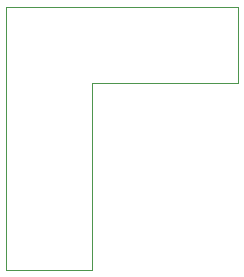
<source format=gbr>
%TF.GenerationSoftware,KiCad,Pcbnew,7.0.8*%
%TF.CreationDate,2024-06-14T11:44:33-04:00*%
%TF.ProjectId,mavnusadapter,6d61766e-7573-4616-9461-707465722e6b,rev?*%
%TF.SameCoordinates,Original*%
%TF.FileFunction,Profile,NP*%
%FSLAX46Y46*%
G04 Gerber Fmt 4.6, Leading zero omitted, Abs format (unit mm)*
G04 Created by KiCad (PCBNEW 7.0.8) date 2024-06-14 11:44:33*
%MOMM*%
%LPD*%
G01*
G04 APERTURE LIST*
%TA.AperFunction,Profile*%
%ADD10C,0.100000*%
%TD*%
G04 APERTURE END LIST*
D10*
X35483800Y-23241000D02*
X23139400Y-23241000D01*
X15875000Y-39090600D02*
X15875000Y-16814800D01*
X35483800Y-16814800D02*
X35483800Y-23241000D01*
X15875000Y-16814800D02*
X35483800Y-16814800D01*
X23139400Y-39090600D02*
X15875000Y-39090600D01*
X23139400Y-23241000D02*
X23139400Y-39090600D01*
M02*

</source>
